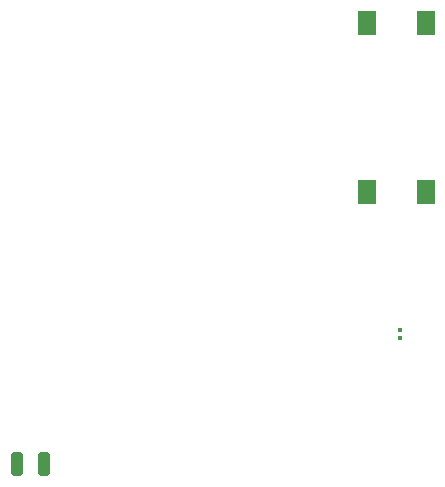
<source format=gbr>
%TF.GenerationSoftware,KiCad,Pcbnew,(7.0.0)*%
%TF.CreationDate,2023-05-31T19:24:38-06:00*%
%TF.ProjectId,STM32 LED Shield,53544d33-3220-44c4-9544-20536869656c,rev?*%
%TF.SameCoordinates,Original*%
%TF.FileFunction,Paste,Top*%
%TF.FilePolarity,Positive*%
%FSLAX46Y46*%
G04 Gerber Fmt 4.6, Leading zero omitted, Abs format (unit mm)*
G04 Created by KiCad (PCBNEW (7.0.0)) date 2023-05-31 19:24:38*
%MOMM*%
%LPD*%
G01*
G04 APERTURE LIST*
G04 Aperture macros list*
%AMRoundRect*
0 Rectangle with rounded corners*
0 $1 Rounding radius*
0 $2 $3 $4 $5 $6 $7 $8 $9 X,Y pos of 4 corners*
0 Add a 4 corners polygon primitive as box body*
4,1,4,$2,$3,$4,$5,$6,$7,$8,$9,$2,$3,0*
0 Add four circle primitives for the rounded corners*
1,1,$1+$1,$2,$3*
1,1,$1+$1,$4,$5*
1,1,$1+$1,$6,$7*
1,1,$1+$1,$8,$9*
0 Add four rect primitives between the rounded corners*
20,1,$1+$1,$2,$3,$4,$5,0*
20,1,$1+$1,$4,$5,$6,$7,0*
20,1,$1+$1,$6,$7,$8,$9,0*
20,1,$1+$1,$8,$9,$2,$3,0*%
G04 Aperture macros list end*
%ADD10R,1.500000X2.000000*%
%ADD11RoundRect,0.079500X-0.100500X0.079500X-0.100500X-0.079500X0.100500X-0.079500X0.100500X0.079500X0*%
%ADD12RoundRect,0.250000X-0.250000X-0.750000X0.250000X-0.750000X0.250000X0.750000X-0.250000X0.750000X0*%
G04 APERTURE END LIST*
D10*
%TO.C,S1*%
X146873599Y-83883599D03*
X146873599Y-98183599D03*
X141873599Y-83883599D03*
X141873599Y-98183599D03*
%TD*%
D11*
%TO.C,R1*%
X144678400Y-109875800D03*
X144678400Y-110565800D03*
%TD*%
D12*
%TO.C,J6*%
X114577200Y-121158000D03*
%TD*%
%TO.C,J5*%
X112217200Y-121158000D03*
%TD*%
M02*

</source>
